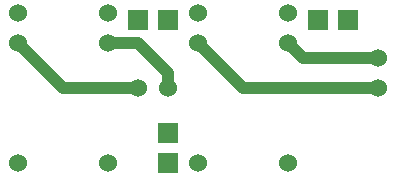
<source format=gbl>
G04 #@! TF.GenerationSoftware,KiCad,Pcbnew,(5.1.6)-1*
G04 #@! TF.CreationDate,2020-06-01T08:00:51+09:00*
G04 #@! TF.ProjectId,EXOR,45584f52-2e6b-4696-9361-645f70636258,rev?*
G04 #@! TF.SameCoordinates,Original*
G04 #@! TF.FileFunction,Copper,L2,Bot*
G04 #@! TF.FilePolarity,Positive*
%FSLAX46Y46*%
G04 Gerber Fmt 4.6, Leading zero omitted, Abs format (unit mm)*
G04 Created by KiCad (PCBNEW (5.1.6)-1) date 2020-06-01 08:00:51*
%MOMM*%
%LPD*%
G01*
G04 APERTURE LIST*
G04 #@! TA.AperFunction,ComponentPad*
%ADD10C,1.524000*%
G04 #@! TD*
G04 #@! TA.AperFunction,ComponentPad*
%ADD11R,1.700000X1.700000*%
G04 #@! TD*
G04 #@! TA.AperFunction,Conductor*
%ADD12C,1.000000*%
G04 #@! TD*
G04 APERTURE END LIST*
D10*
X45720000Y-19685000D03*
X45720000Y-22225000D03*
X27940000Y-22225000D03*
X25400000Y-22225000D03*
D11*
X27940000Y-26035000D03*
X27940000Y-28575000D03*
X43180000Y-16475000D03*
X40640000Y-16475000D03*
X27940000Y-16475000D03*
X25400000Y-16475000D03*
D10*
X38100000Y-28575000D03*
X30480000Y-28575000D03*
X30480000Y-18415000D03*
X38100000Y-18415000D03*
X38100000Y-15875000D03*
X30480000Y-15875000D03*
X15240000Y-15875000D03*
X22860000Y-15875000D03*
X22860000Y-18415000D03*
X15240000Y-18415000D03*
X15240000Y-28575000D03*
X22860000Y-28575000D03*
D12*
X19050000Y-22225000D02*
X15240000Y-18415000D01*
X25400000Y-22225000D02*
X19050000Y-22225000D01*
X27940000Y-22225000D02*
X27940000Y-20955000D01*
X25400000Y-18415000D02*
X22860000Y-18415000D01*
X27940000Y-20955000D02*
X25400000Y-18415000D01*
X39370000Y-19685000D02*
X38100000Y-18415000D01*
X34290000Y-22225000D02*
X30480000Y-18415000D01*
X39370000Y-19685000D02*
X45720000Y-19685000D01*
X34290000Y-22225000D02*
X45720000Y-22225000D01*
M02*

</source>
